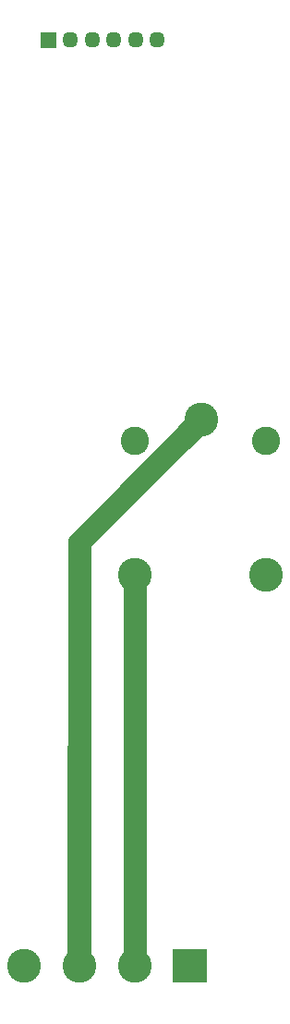
<source format=gbr>
%TF.GenerationSoftware,KiCad,Pcbnew,(5.1.8)-1*%
%TF.CreationDate,2022-05-15T10:40:37+08:00*%
%TF.ProjectId,smartkey-dc-pwm-60w,736d6172-746b-4657-992d-64632d70776d,rev?*%
%TF.SameCoordinates,Original*%
%TF.FileFunction,Soldermask,Bot*%
%TF.FilePolarity,Negative*%
%FSLAX46Y46*%
G04 Gerber Fmt 4.6, Leading zero omitted, Abs format (unit mm)*
G04 Created by KiCad (PCBNEW (5.1.8)-1) date 2022-05-15 10:40:37*
%MOMM*%
%LPD*%
G01*
G04 APERTURE LIST*
%ADD10C,3.102000*%
%ADD11C,2.602000*%
%ADD12O,1.452000X1.452000*%
%ADD13C,0.254000*%
%ADD14C,0.350000*%
G04 APERTURE END LIST*
D10*
%TO.C,K1*%
X148000000Y-66000000D03*
D11*
X153950000Y-67950000D03*
D10*
X154000000Y-80200000D03*
X141950000Y-80150000D03*
D11*
X141950000Y-67950000D03*
%TD*%
D12*
%TO.C,J4*%
X144000000Y-31200000D03*
X142000000Y-31200000D03*
X140000000Y-31200000D03*
X138000000Y-31200000D03*
X136000000Y-31200000D03*
G36*
G01*
X134675000Y-31926000D02*
X133325000Y-31926000D01*
G75*
G02*
X133274000Y-31875000I0J51000D01*
G01*
X133274000Y-30525000D01*
G75*
G02*
X133325000Y-30474000I51000J0D01*
G01*
X134675000Y-30474000D01*
G75*
G02*
X134726000Y-30525000I0J-51000D01*
G01*
X134726000Y-31875000D01*
G75*
G02*
X134675000Y-31926000I-51000J0D01*
G01*
G37*
%TD*%
D10*
%TO.C,J3*%
X131760000Y-116000000D03*
G36*
G01*
X148551000Y-114500000D02*
X148551000Y-117500000D01*
G75*
G02*
X148500000Y-117551000I-51000J0D01*
G01*
X145500000Y-117551000D01*
G75*
G02*
X145449000Y-117500000I0J51000D01*
G01*
X145449000Y-114500000D01*
G75*
G02*
X145500000Y-114449000I51000J0D01*
G01*
X148500000Y-114449000D01*
G75*
G02*
X148551000Y-114500000I0J-51000D01*
G01*
G37*
X136840000Y-116000000D03*
X141920000Y-116000000D03*
%TD*%
D13*
X142873000Y-114973000D02*
X141027000Y-114973000D01*
X141027000Y-81127000D01*
X142873000Y-81127000D01*
X142873000Y-114973000D01*
D14*
G36*
X142873000Y-114973000D02*
G01*
X141027000Y-114973000D01*
X141027000Y-81127000D01*
X142873000Y-81127000D01*
X142873000Y-114973000D01*
G37*
D13*
X148014208Y-67306186D02*
X137810197Y-77510197D01*
X137794403Y-77529443D01*
X137782667Y-77551399D01*
X137775440Y-77575224D01*
X137773000Y-77600000D01*
X137773000Y-114973000D01*
X135827332Y-114973000D01*
X135926864Y-76852400D01*
X146606201Y-66074179D01*
X148014208Y-67306186D01*
D14*
G36*
X148014208Y-67306186D02*
G01*
X137810197Y-77510197D01*
X137794403Y-77529443D01*
X137782667Y-77551399D01*
X137775440Y-77575224D01*
X137773000Y-77600000D01*
X137773000Y-114973000D01*
X135827332Y-114973000D01*
X135926864Y-76852400D01*
X146606201Y-66074179D01*
X148014208Y-67306186D01*
G37*
M02*

</source>
